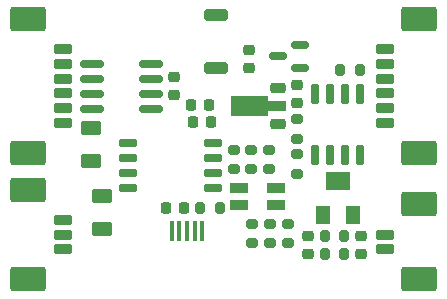
<source format=gtp>
G04 #@! TF.GenerationSoftware,KiCad,Pcbnew,8.0.1*
G04 #@! TF.CreationDate,2024-03-28T22:20:21+03:00*
G04 #@! TF.ProjectId,Piezo module,5069657a-6f20-46d6-9f64-756c652e6b69,rev?*
G04 #@! TF.SameCoordinates,Original*
G04 #@! TF.FileFunction,Paste,Top*
G04 #@! TF.FilePolarity,Positive*
%FSLAX46Y46*%
G04 Gerber Fmt 4.6, Leading zero omitted, Abs format (unit mm)*
G04 Created by KiCad (PCBNEW 8.0.1) date 2024-03-28 22:20:21*
%MOMM*%
%LPD*%
G01*
G04 APERTURE LIST*
G04 Aperture macros list*
%AMRoundRect*
0 Rectangle with rounded corners*
0 $1 Rounding radius*
0 $2 $3 $4 $5 $6 $7 $8 $9 X,Y pos of 4 corners*
0 Add a 4 corners polygon primitive as box body*
4,1,4,$2,$3,$4,$5,$6,$7,$8,$9,$2,$3,0*
0 Add four circle primitives for the rounded corners*
1,1,$1+$1,$2,$3*
1,1,$1+$1,$4,$5*
1,1,$1+$1,$6,$7*
1,1,$1+$1,$8,$9*
0 Add four rect primitives between the rounded corners*
20,1,$1+$1,$2,$3,$4,$5,0*
20,1,$1+$1,$4,$5,$6,$7,0*
20,1,$1+$1,$6,$7,$8,$9,0*
20,1,$1+$1,$8,$9,$2,$3,0*%
%AMFreePoly0*
4,1,9,3.862500,-0.866500,0.737500,-0.866500,0.737500,-0.450000,-0.737500,-0.450000,-0.737500,0.450000,0.737500,0.450000,0.737500,0.866500,3.862500,0.866500,3.862500,-0.866500,3.862500,-0.866500,$1*%
G04 Aperture macros list end*
%ADD10RoundRect,0.200000X0.600000X-0.200000X0.600000X0.200000X-0.600000X0.200000X-0.600000X-0.200000X0*%
%ADD11RoundRect,0.250001X1.249999X-0.799999X1.249999X0.799999X-1.249999X0.799999X-1.249999X-0.799999X0*%
%ADD12RoundRect,0.225000X-0.225000X-0.250000X0.225000X-0.250000X0.225000X0.250000X-0.225000X0.250000X0*%
%ADD13RoundRect,0.225000X-0.250000X0.225000X-0.250000X-0.225000X0.250000X-0.225000X0.250000X0.225000X0*%
%ADD14RoundRect,0.200000X-0.200000X-0.275000X0.200000X-0.275000X0.200000X0.275000X-0.200000X0.275000X0*%
%ADD15RoundRect,0.250000X-0.750000X-0.250000X0.750000X-0.250000X0.750000X0.250000X-0.750000X0.250000X0*%
%ADD16RoundRect,0.200000X0.275000X-0.200000X0.275000X0.200000X-0.275000X0.200000X-0.275000X-0.200000X0*%
%ADD17RoundRect,0.150000X-0.150000X0.725000X-0.150000X-0.725000X0.150000X-0.725000X0.150000X0.725000X0*%
%ADD18RoundRect,0.200000X-0.600000X0.200000X-0.600000X-0.200000X0.600000X-0.200000X0.600000X0.200000X0*%
%ADD19RoundRect,0.250001X-1.249999X0.799999X-1.249999X-0.799999X1.249999X-0.799999X1.249999X0.799999X0*%
%ADD20RoundRect,0.200000X-0.275000X0.200000X-0.275000X-0.200000X0.275000X-0.200000X0.275000X0.200000X0*%
%ADD21RoundRect,0.250000X0.625000X-0.375000X0.625000X0.375000X-0.625000X0.375000X-0.625000X-0.375000X0*%
%ADD22RoundRect,0.150000X0.825000X0.150000X-0.825000X0.150000X-0.825000X-0.150000X0.825000X-0.150000X0*%
%ADD23RoundRect,0.200000X0.200000X0.275000X-0.200000X0.275000X-0.200000X-0.275000X0.200000X-0.275000X0*%
%ADD24RoundRect,0.250000X-0.625000X0.375000X-0.625000X-0.375000X0.625000X-0.375000X0.625000X0.375000X0*%
%ADD25RoundRect,0.225000X0.425000X0.225000X-0.425000X0.225000X-0.425000X-0.225000X0.425000X-0.225000X0*%
%ADD26FreePoly0,180.000000*%
%ADD27R,0.400000X1.800000*%
%ADD28RoundRect,0.225000X0.250000X-0.225000X0.250000X0.225000X-0.250000X0.225000X-0.250000X-0.225000X0*%
%ADD29RoundRect,0.150000X0.587500X0.150000X-0.587500X0.150000X-0.587500X-0.150000X0.587500X-0.150000X0*%
%ADD30RoundRect,0.225000X0.225000X0.250000X-0.225000X0.250000X-0.225000X-0.250000X0.225000X-0.250000X0*%
%ADD31R,1.300000X1.600000*%
%ADD32R,2.000000X1.600000*%
%ADD33R,1.500000X0.900000*%
%ADD34RoundRect,0.150000X-0.650000X-0.150000X0.650000X-0.150000X0.650000X0.150000X-0.650000X0.150000X0*%
G04 APERTURE END LIST*
D10*
X165430500Y-98740000D03*
X165430500Y-97490000D03*
X165430500Y-96240000D03*
X165430500Y-94990000D03*
X165430500Y-93740000D03*
X165430500Y-92490000D03*
D11*
X168330500Y-101290000D03*
X168330500Y-89940000D03*
D12*
X149171000Y-98654000D03*
X150721000Y-98654000D03*
D13*
X153961000Y-92543000D03*
X153961000Y-94093000D03*
D14*
X160359500Y-109800000D03*
X162009500Y-109800000D03*
D15*
X151139000Y-89625000D03*
X151139000Y-94075000D03*
D16*
X155717500Y-108923000D03*
X155717500Y-107273000D03*
D17*
X163335500Y-96291000D03*
X162065500Y-96291000D03*
X160795500Y-96291000D03*
X159525500Y-96291000D03*
X159525500Y-101441000D03*
X160795500Y-101441000D03*
X162065500Y-101441000D03*
X163335500Y-101441000D03*
D10*
X165430500Y-109440000D03*
X165430500Y-108190000D03*
D11*
X168330500Y-111990000D03*
X168330500Y-105640000D03*
D16*
X157211001Y-108925000D03*
X157211001Y-107275000D03*
D18*
X138164500Y-92490000D03*
X138164500Y-93740000D03*
X138164500Y-94990000D03*
X138164500Y-96240000D03*
X138164500Y-97490000D03*
X138164500Y-98740000D03*
D19*
X135264500Y-89940000D03*
X135264500Y-101290000D03*
D20*
X155612000Y-101007000D03*
X155612000Y-102657000D03*
D21*
X140591000Y-101995000D03*
X140591000Y-99195000D03*
D22*
X145641000Y-97520000D03*
X145641000Y-96250000D03*
X145641000Y-94980000D03*
X145641000Y-93710000D03*
X140691000Y-93710000D03*
X140691000Y-94980000D03*
X140691000Y-96250000D03*
X140691000Y-97520000D03*
D16*
X154223999Y-108924000D03*
X154223999Y-107274000D03*
D23*
X162009500Y-108300000D03*
X160359500Y-108300000D03*
D24*
X141522000Y-104924000D03*
X141522000Y-107724000D03*
D16*
X154149000Y-102657000D03*
X154149000Y-101007000D03*
D25*
X156365000Y-98802500D03*
D26*
X156277500Y-97302500D03*
D25*
X156365000Y-95802500D03*
D27*
X147394500Y-107910000D03*
X148044500Y-107910000D03*
X148694500Y-107910000D03*
X149344500Y-107910000D03*
X149994500Y-107910000D03*
D12*
X149033000Y-97191000D03*
X150583000Y-97191000D03*
D23*
X151459000Y-105944000D03*
X149809000Y-105944000D03*
D13*
X163397500Y-108275000D03*
X163397500Y-109825000D03*
D16*
X157996000Y-100069000D03*
X157996000Y-98419000D03*
D28*
X157996000Y-97056000D03*
X157996000Y-95506000D03*
D29*
X158299500Y-94046500D03*
X158299500Y-92146500D03*
X156424500Y-93096500D03*
D18*
X138164500Y-106935000D03*
X138164500Y-108185000D03*
X138164500Y-109435000D03*
D19*
X135264500Y-104385000D03*
X135264500Y-111985000D03*
D23*
X163334000Y-94286000D03*
X161684000Y-94286000D03*
D30*
X148446000Y-105944000D03*
X146896000Y-105944000D03*
D31*
X160229500Y-106517000D03*
D32*
X161479500Y-103617000D03*
D31*
X162729500Y-106517000D03*
D33*
X153117000Y-104263000D03*
X153117000Y-105663000D03*
X156217000Y-105663000D03*
X156217000Y-104263000D03*
D16*
X152687000Y-102657000D03*
X152687000Y-101007000D03*
D28*
X147597000Y-96390000D03*
X147597000Y-94840000D03*
D16*
X157996000Y-103030000D03*
X157996000Y-101380000D03*
D34*
X143705000Y-100448000D03*
X143705000Y-101718000D03*
X143705000Y-102988000D03*
X143705000Y-104258000D03*
X150905000Y-104258000D03*
X150905000Y-102988000D03*
X150905000Y-101718000D03*
X150905000Y-100448000D03*
D28*
X158972500Y-109825000D03*
X158972500Y-108275000D03*
M02*

</source>
